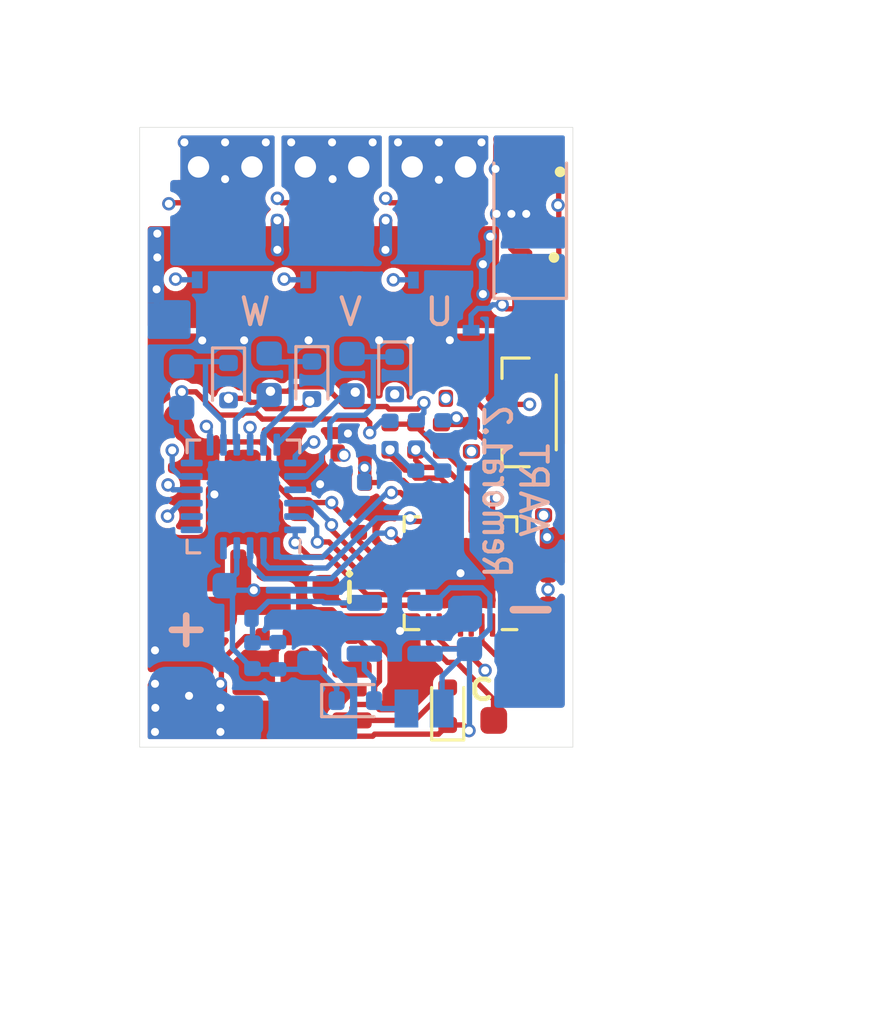
<source format=kicad_pcb>
(kicad_pcb (version 20241229) (generator "pcbnew") (generator_version "9.0")
  (layers (0 "F.Cu" signal) (4 "In1.Cu" signal) (6 "In2.Cu" signal) (2 "B.Cu" signal) (13 "F.Paste" user) (15 "B.Paste" user) (5 "F.SilkS" user "F.Silkscreen") (7 "B.SilkS" user "B.Silkscreen") (1 "F.Mask" user) (3 "B.Mask" user) (25 "Edge.Cuts" user))
  (net 0 "")
  (net 1 "SVIN")
  (net 2 "GND")
  (net 3 "VCC")
  (net 4 "Net-(U1-FB)")
  (net 5 "VDC")
  (net 6 "VDD")
  (net 7 "Net-(D5-K)")
  (net 8 "Net-(D6-K)")
  (net 9 "Net-(D7-K)")
  (net 10 "VBUS")
  (net 11 "Net-(D1-A)")
  (net 12 "Net-(D2A-A)")
  (net 13 "Net-(D2A-K)")
  (net 14 "Net-(D2C-K)")
  (net 15 "GND1")
  (net 16 "Net-(D4-A)")
  (net 17 "U")
  (net 18 "V")
  (net 19 "W")
  (net 20 "Net-(J6-Pin_1)")
  (net 21 "Net-(J7-Pin_1)")
  (net 22 "Net-(Q1-B)")
  (net 23 "Net-(Q2B-E2)")
  (net 24 "Net-(Q2A-C1)")
  (net 25 "Net-(Q5-G)")
  (net 26 "Net-(Q6-G)")
  (net 27 "Net-(Q7-G)")
  (net 28 "Net-(Q8-G)")
  (net 29 "Net-(Q9-G)")
  (net 30 "Net-(Q10-G)")
  (net 31 "UE")
  (net 32 "VE")
  (net 33 "WE")
  (net 34 "S0")
  (net 35 "Net-(U4-NRST)")
  (net 36 "Net-(U4-PA15)")
  (net 37 "Net-(U4-PA2)")
  (net 38 "Net-(U4-PB6)")
  (net 40 "UL")
  (net 41 "VL")
  (net 42 "WL")
  (net 47 "UH")
  (net 48 "VH")
  (net 49 "WH")
  (net 57 "Net-(J4-Pin_1)")
  (net 58 "Net-(J4-Pin_2)")
  (net 59 "Net-(J5-Pin_1)")
  (net 60 "Net-(J1-Pin_1)")
  (footprint "Resistor_SMD:R_0402_1005Metric" (layer "F.Cu") (at 166.925 114.9 -90)
    (property "Reference" "R12" (hide yes))
    (property "Value" "10k")
  )
  (footprint "Resistor_SMD:R_0402_1005Metric" (layer "F.Cu") (at 165 114.9 -90)
    (property "Reference" "R14" (hide yes))
    (property "Value" "10k")
  )
  (footprint "Connector_Wire:SolderWire-0.15sqmm_1x01_D0.5mm_OD1.5mm" (layer "F.Cu") (at 157.83 104.77 -90)
    (property "Reference" "J11" (hide yes))
    (property "Value" "Conn_01x01_Pin")
  )
  (footprint "Diode_SMD:D_SOD-523" (layer "F.Cu") (at 167.16 124.94 90)
    (property "Reference" "D1" (hide yes))
    (property "Value" "BZX584C8V2")
  )
  (footprint "Resistor_SMD:R_0402_1005Metric" (layer "F.Cu") (at 165.9636 114.9 -90)
    (property "Reference" "R13" (hide yes))
    (property "Value" "10k")
  )
  (footprint "TestPoint:TestPoint_Pad_D1.0mm" (layer "F.Cu") (at 157.025 114.125)
    (property "Reference" "TP3" (hide yes))
    (property "Value" "TestPoint_Small")
  )
  (footprint "Resistor_SMD:R_0402_1005Metric" (layer "F.Cu") (at 169.418 123.5202 -90)
    (property "Reference" "R21" (hide yes))
    (property "Value" "1k")
  )
  (footprint "Capacitor_SMD:C_0603_1608Metric" (layer "F.Cu") (at 160.8074 120.3706 90)
    (property "Reference" "C5" (hide yes))
    (property "Value" "1uF")
  )
  (footprint "Capacitor_SMD:C_0603_1608Metric" (layer "F.Cu") (at 158.92 115.82)
    (property "Reference" "C6" (hide yes))
    (property "Value" "2.2uF")
  )
  (footprint "AART11footprints:C_0805_2012Metric_22µF" (layer "F.Cu") (at 167.64 111.252 -90)
    (property "Reference" "C20" (hide yes))
    (property "Value" "22uF")
  )
  (footprint "AART11footprints:C_0805_2012Metric_22µF" (layer "F.Cu") (at 163.9824 111.252 -90)
    (property "Reference" "C18" (hide yes))
    (property "Value" "22uF")
  )
  (footprint "Resistor_SMD:R_0402_1005Metric" (layer "F.Cu") (at 164.09 122.29)
    (property "Reference" "R4" (hide yes))
    (property "Value" "330R")
  )
  (footprint "AART11footprints:HDG 1x04 P0.6 Horizontal" (layer "F.Cu") (at 171.225 113.95 90)
    (property "Reference" "J4" (hide yes))
    (property "Value" "Conn_01x04")
  )
  (footprint "Connector_Wire:SolderWire-0.15sqmm_1x01_D0.5mm_OD1.5mm" (layer "F.Cu") (at 161.83 104.77 -90)
    (property "Reference" "J9" (hide yes))
    (property "Value" "Conn_01x01_Pin")
  )
  (footprint "Connector_Wire:SolderWire-0.15sqmm_1x01_D0.5mm_OD1.5mm" (layer "F.Cu") (at 167.83 104.77 -90)
    (property "Reference" "J2" (hide yes))
    (property "Value" "Conn_01x01_Pin")
  )
  (footprint "Package_TO_SOT_SMD:SOT-363_SC-70-6" (layer "F.Cu") (at 170.175 106.35 -90)
    (property "Reference" "D2" (hide yes))
    (property "Value" "MMBD4448HTW")
  )
  (footprint "Connector_Wire:SolderWire-0.15sqmm_1x01_D0.5mm_OD1.5mm" (layer "F.Cu") (at 159.83 104.77 -90)
    (property "Reference" "J10" (hide yes))
    (property "Value" "Conn_01x01_Pin")
  )
  (footprint "Resistor_SMD:R_0402_1005Metric" (layer "F.Cu") (at 160.74 122.34)
    (property "Reference" "R1" (hide yes))
    (property "Value" "10k")
  )
  (footprint "Capacitor_SMD:C_0805_2012Metric" (layer "F.Cu") (at 157.475 124.4 90)
    (property "Reference" "C11" (hide yes))
    (property "Value" "22uF")
  )
  (footprint "AART11footprints:C_0805_2012Metric_22µF" (layer "F.Cu") (at 156.6672 111.252 -90)
    (property "Reference" "C14" (hide yes))
    (property "Value" "22uF")
  )
  (footprint "Resistor_SMD:R_0402_1005Metric" (layer "F.Cu") (at 170.9166 121.625 -90)
    (property "Reference" "R18" (hide yes))
    (property "Value" "10k")
  )
  (footprint "Package_TO_SOT_SMD:SOT-23" (layer "F.Cu") (at 164.5135 124.52)
    (property "Reference" "Q3" (hide yes))
    (property "Value" "MMBFJ309")
  )
  (footprint "Capacitor_SMD:C_0402_1005Metric" (layer "F.Cu") (at 170.9166 119.55 90)
    (property "Reference" "C22" (hide yes))
    (property "Value" "100nF")
  )
  (footprint "Capacitor_SMD:C_0402_1005Metric" (layer "F.Cu") (at 163.83 117.9576 90)
    (property "Reference" "C23" (hide yes))
    (property "Value" "100nF")
  )
  (footprint "Resistor_SMD:R_0402_1005Metric" (layer "F.Cu") (at 163.5506 115.4684)
    (property "Reference" "R5" (hide yes))
    (property "Value" "10k")
  )
  (footprint "Package_TO_SOT_SMD:SOT-23" (layer "F.Cu") (at 160.6616 124.52)
    (property "Reference" "Q1" (hide yes))
    (property "Value" "FMMT718")
  )
  (footprint "Package_SON:VSON-8_3.3x3.3mm_P0.65mm_NexFET" (layer "F.Cu") (at 158.75 107.55 -90)
    (property "Reference" "Q9" (hide yes))
    (property "Value" "JMSL0302AU")
  )
  (footprint "Capacitor_SMD:C_0402_1005Metric" (layer "F.Cu") (at 163.575 116.575 180)
    (property "Reference" "C1" (hide yes))
    (property "Value" "100nF")
  )
  (footprint "Package_SON:VSON-8_3.3x3.3mm_P0.65mm_NexFET" (layer "F.Cu") (at 166.8574 107.55 -90)
    (property "Reference" "Q5" (hide yes))
    (property "Value" "JMSL0302AU")
  )
  (footprint "AART11footprints:C_0805_2012Metric_22µF" (layer "F.Cu") (at 165.8112 111.252 -90)
    (property "Reference" "C19" (hide yes))
    (property "Value" "22uF")
  )
  (footprint "AART11footprints:C_0805_2012Metric_22µF" (layer "F.Cu") (at 158.496 111.252 -90)
    (property "Reference" "C15" (hide yes))
    (property "Value" "22uF")
  )
  (footprint "Connector_Wire:SolderWire-0.15sqmm_1x01_D0.5mm_OD1.5mm" (layer "F.Cu") (at 165.83 104.77 -90)
    (property "Reference" "J3" (hide yes))
    (property "Value" "Conn_01x01_Pin")
  )
  (footprint "Resistor_SMD:R_0402_1005Metric" (layer "F.Cu") (at 170.175 111.175 180)
    (property "Reference" "R2" (hide yes))
    (property "Value" "2k2")
  )
  (footprint "TestPoint:TestPoint_Pad_D1.0mm" (layer "F.Cu") (at 158.77 121.66)
    (property "Reference" "TP2" (hide yes))
    (property "Value" "TestPoint_Small")
  )
  (footprint "Resistor_SMD:R_0402_1005Metric" (layer "F.Cu") (at 168.05 114.9 90)
    (property "Reference" "R9" (hide yes))
    (property "Value" "10k")
  )
  (footprint "Resistor_SMD:R_0402_1005Metric" (layer "F.Cu") (at 167.6 113.425)
    (property "Reference" "R20" (hide yes))
    (property "Value" "1k")
  )
  (footprint "Package_DFN_QFN:QFN-28-1EP_4x4mm_P0.4mm_EP2.6x2.6mm" (layer "F.Cu") (at 167.64 119.9642 180)
    (property "Reference" "U4" (hide yes))
    (property "Value" "AT32F421G8U7")
  )
  (footprint "TestPoint:TestPoint_Pad_D1.0mm" (layer "F.Cu") (at 156.45 121.675)
    (property "Reference" "TP1" (hide yes))
    (property "Value" "TestPoint_Small")
  )
  (footprint "TestPoint:TestPoint_Pad_1.0x1.0mm" (layer "F.Cu") (at 170.8912 123.5964 90)
    (property "Reference" "J7" (hide yes))
    (property "Value" "Conn_01x01")
  )
  (footprint "Package_SON:VSON-8_3.3x3.3mm_P0.65mm_NexFET" (layer "F.Cu") (at 162.812 107.549 -90)
    (property "Reference" "Q7" (hide yes))
    (property "Value" "JMSL0302AU")
  )
  (footprint "Capacitor_SMD:C_0603_1608Metric" (layer "F.Cu") (at 161.671 116.7892 90)
    (property "Reference" "C21" (hide yes))
    (property "Value" "10uF")
  )
  (footprint "Connector_Wire:SolderWire-0.15sqmm_1x01_D0.5mm_OD1.5mm" (layer "F.Cu") (at 163.83 104.77 -90)
    (property "Reference" "J8" (hide yes))
    (property "Value" "Conn_01x01_Pin")
  )
  (footprint "AART11footprints:Pad0.5" (layer "F.Cu") (at 168.45 116.625)
    (property "Reference" "J1" (hide yes))
    (property "Value" "Conn_01x01_Pin")
  )
  (footprint "Resistor_SMD:R_0402_1005Metric" (layer "F.Cu") (at 170.475 104.175 180)
    (property "Reference" "R3" (hide yes))
    (property "Value" "4k7")
  )
  (footprint "TestPoint:TestPoint_Pad_1.0x1.0mm" (layer "F.Cu") (at 168.8846 125.47 90)
    (property "Reference" "J6" (hide yes))
    (property "Value" "Conn_01x01")
  )
  (footprint "Package_TO_SOT_SMD:SOT-23-5" (layer "F.Cu") (at 158.369 118.6 90)
    (property "Reference" "U2" (hide yes))
    (property "Value" "AP2210K-3.3TRG1")
  )
  (footprint "AART11footprints:C_0805_2012Metric_22µF" (layer "F.Cu") (at 160.3248 111.252 -90)
    (property "Reference" "C16" (hide yes))
    (property "Value" "22uF")
  )
  (footprint "AART11footprints:C_0805_2012Metric_22µF" (layer "F.Cu") (at 162.1536 111.252 -90)
    (property "Reference" "C17" (hide yes))
    (property "Value" "22uF")
  )
  (footprint "Package_TO_SOT_SMD:SOT-563" (layer "F.Cu") (at 170.225 109.325 -90)
    (property "Reference" "Q2" (hide yes))
    (property "Value" "EMZ1T2R")
  )
  (footprint "Resistor_SMD:R_0402_1005Metric" (layer "F.Cu") (at 170.75 117.29 90)
    (property "Reference" "R19" (hide yes))
    (property "Value" "1k")
  )
  (footprint "TestPoint:TestPoint_Pad_1.0x1.0mm" (layer "F.Cu") (at 162.6 120.53 90)
    (property "Reference" "J5" (hide yes))
    (property "Value" "Conn_01x01")
  )
  (footprint "Resistor_SMD:R_0402_1005Metric" (layer "B.Cu") (at 165 114.775 -90)
    (property "Reference" "R11" (hide yes))
    (property "Value" "10k")
  )
  (footprint "AART11footprints:L_Sunltech_SLW2010P" (layer "B.Cu") (at 166.275 125.025 180)
    (property "Reference" "L1" (hide yes))
    (property "Value" "10uH")
  )
  (footprint "Resistor_SMD:R_0402_1005Metric" (layer "B.Cu") (at 165.989 114.7572 -90)
    (property "Reference" "R10" (hide yes))
    (property "Value" "10k")
  )
  (footprint "Capacitor_SMD:C_0402_1005Metric" (layer "B.Cu") (at 159.85 123.05 90)
    (property "Reference" "C2" (hide yes))
    (property "Value" "10pF")
  )
  (footprint "Resistor_SMD:R_0402_1005Metric" (layer "B.Cu") (at 160.325 121.65)
    (property "Reference" "R8" (hide yes))
    (property "Value" "10k")
  )
  (footprint "Capacitor_SMD:C_0603_1608Metric" (layer "B.Cu") (at 162 122.54 90)
    (property "Reference" "C3" (hide yes))
    (property "Value" "1uF")
  )
  (footprint "Diode_SMD:D_SOD-523" (layer "B.Cu") (at 163.7 124.73)
    (property "Reference" "D4" (hide yes))
    (property "Value" "RB521SM-40T2R")
  )
  (footprint "TestPoint:TestPoint_Pad_2.5x2.5mm" (layer "B.Cu") (at 170.3 123.475 180)
    (property "Reference" "GND1" (hide yes))
    (property "Value" "TestPoint")
  )
  (footprint "TestPoint:TestPoint_Pad_2.5x2.5mm" (layer "B.Cu") (at 157.23 124.714 180)
    (property "Reference" "TP5" (hide yes))
    (property "Value" "TestPoint")
  )
  (footprint "Diode_SMD:D_SOD-523" (layer "B.Cu") (at 162.075 112.75 -90)
    (property "Reference" "D6" (hide yes))
    (property "Value" "RB521SM-40T2R")
  )
  (footprint "Package_SON:VSON-8_3.3x3.3mm_P0.65mm_NexFET" (layer "B.Cu") (at 166.8453 107.5612 90)
    (property "Reference" "Q6" (hide yes))
    (property "Value" "JMSL0302AU")
  )
  (footprint "Resistor_SMD:R_0402_1005Metric" (layer "B.Cu") (at 163.525 116.55 180)
    (property "Reference" "R6" (hide yes))
    (property "Value" "2k2")
  )
  (footprint "Capacitor_SMD:C_0805_2012Metric" (layer "B.Cu") (at 160.7 125.275)
    (property "Reference" "C12" (hide yes))
    (property "Value" "22uF")
  )
  (footprint "Diode_SMD:D_SOD-523" (layer "B.Cu") (at 165.1762 112.5728 -90)
    (property "Reference" "D5" (hide yes))
    (property "Value" "RB521SM-40T2R")
  )
  (footprint "Package_SON:VSON-8_3.3x3.3mm_P0.65mm_NexFET" (layer "B.Cu") (at 158.75 107.55 90)
    (property "Reference" "Q10" (hide yes))
    (property "Value" "JMSL0302AU")
  )
  (footprint "Package_SON:VSON-8_3.3x3.3mm_P0.65mm_NexFET" (layer "B.Cu") (at 162.814 107.55 90)
    (property "Reference" "Q8" (hide yes))
    (property "Value" "JMSL0302AU")
  )
  (footprint "Capacitor_SMD:C_0603_1608Metric" (layer "B.Cu") (at 167.975 122.025 90)
    (property "Reference" "C4" (hide yes))
    (property "Value" "2.2uF")
  )
  (footprint "Package_SON:VSON-8_3.3x3.3mm_P0.65mm_NexFET" (layer "B.Cu") (at 169.475 111.85)
    (property "Reference" "Q4" (hide yes))
    (property "Value" "JMSL0302AU")
  )
  (footprint "Resistor_SMD:R_0402_1005Metric" (layer "B.Cu") (at 165.9636 116.6368 -90)
    (property "Reference" "R17" (hide yes))
    (property "Value" "2k2")
  )
  (footprint "Resistor_SMD:R_0402_1005Metric" (layer "B.Cu") (at 166.9796 114.7572 -90)
    (property "Reference" "R15" (hide yes))
    (property "Value" "2k2")
  )
  (footprint "Package_DFN_QFN:QFN-24-1EP_4x4mm_P0.5mm_EP2.6x2.6mm" (layer "B.Cu") (at 159.512 117.094 90)
    (property "Reference" "U3" (hide yes))
    (property "Value" "FD6288Q")
  )
  (footprint "Capacitor_SMD:C_0603_1608Metric" (layer "B.Cu") (at 158.03 120.43 180)
    (property "Reference" "C10" (hide yes))
    (property "Value" "1uF")
  )
  (footprint "Diode_SMD:D_SOD-523" (layer "B.Cu") (at 158.9532 112.8014 -90)
    (property "Reference" "D7" (hide yes))
    (property "Value" "RB521SM-40T2R")
  )
  (footprint "Capacitor_SMD:C_0603_1608Metric" (layer "B.Cu") (at 163.576 112.5344 -90)
    (property "Reference" "C7" (hide yes))
    (property "Value" "220nF")
  )
  (footprint "Capacitor_SMD:C_0805_2012Metric" (layer "B.Cu") (at 157.8 110.475)
    (property "Reference" "C13" (hide yes))
    (property "Value" "22uF")
  )
  (footprint "Diode_SMD:D_SOD-128" (layer "B.Cu") (at 170.25 106.525 90)
    (property "Reference" "D3" (hide yes))
    (property "Value" "PMEG3030EP")
  )
  (footprint "Package_TO_SOT_SMD:SOT-23-5" (layer "B.Cu") (at 165.175 122.025)
    (property "Reference" "U1" (hide yes))
    (property "Value" "AP3015KTR-G1")
  )
  (footprint "Capacitor_SMD:C_0603_1608Metric" (layer "B.Cu") (at 157.2006 113.0046 -90)
    (property "Reference" "C9" (hide yes))
    (property "Value" "220nF")
  )
  (footprint "Resistor_SMD:R_0402_1005Metric" (layer "B.Cu") (at 166.9796 116.6368 -90)
    (property "Reference" "R16" (hide yes))
    (property "Value" "2k2")
  )
  (footprint "Capacitor_SMD:C_0603_1608Metric" (layer "B.Cu") (at 160.475 112.522 -90)
    (property "Reference" "C8" (hide yes))
    (property "Value" "220nF")
  )
  (footprint "Resistor_SMD:R_0402_1005Metric" (layer "B.Cu") (at 160.8 123.05 90)
    (property "Reference" "R7" (hide yes))
    (property "Value" "91k")
  )
  (gr_rect (start 155.6258 103.29) (end 171.847 126.471) (stroke (width 0.02)) (fill no) (layer "Edge.Cuts"))
  (gr_text "i" (at 163.1 121.175 0) (layer "F.SilkS") (effects (font (size 1.1 1.1) (thickness 0.18) (bold yes)) (justify left bottom)))
  (gr_text "c" (at 167.85 124.8 0) (layer "F.SilkS") (effects (font (size 1.1 1.1) (thickness 0.18) (bold yes)) (justify left bottom)))
  (gr_text "AART" (at 169.775 118.7 -90) (layer "B.SilkS") (effects (font (size 1 1) (thickness 0.153)) (justify left bottom mirror)))
  (gr_text "V" (at 164.05 110.775 0) (layer "B.SilkS") (effects (font (size 1 1) (thickness 0.153)) (justify left bottom mirror)))
  (gr_text "-" (at 171.5 122.2 0) (layer "B.SilkS") (effects (font (size 1.7 1.7) (thickness 0.28) (bold yes)) (justify left bottom mirror)))
  (gr_text "W" (at 160.625 110.775 0) (layer "B.SilkS") (effects (font (size 1 1) (thickness 0.153)) (justify left bottom mirror)))
  (gr_text "U" (at 167.475 110.775 0) (layer "B.SilkS") (effects (font (size 1 1) (thickness 0.153)) (justify left bottom mirror)))
  (gr_text "+" (at 158.4 122.8 0) (layer "B.SilkS") (effects (font (size 1.4 1.4) (thickness 0.25) (bold yes)) (justify left bottom mirror)))
  (gr_text "Remora1.2" (at 168.4 113.6 270) (layer "B.SilkS") (effects (font (size 1 0.8) (thickness 0.153)) (justify right bottom mirror)))
  (segment (start 164.74 116.41) (end 165.273676 116.41) (width 0.2) (layer "F.Cu") (net 1))
  (segment (start 167.24 117.327154) (end 167.24 118.0267) (width 0.2) (layer "F.Cu") (net 1))
  (segment (start 165.806656 116.8082) (end 166.721046 116.8082) (width 0.2) (layer "F.Cu") (net 1))
  (segment (start 165.360276 116.4966) (end 165.495056 116.4966) (width 0.2) (layer "F.Cu") (net 1))
  (segment (start 166.721046 116.8082) (end 167.24 117.327154) (width 0.2) (layer "F.Cu") (net 1))
  (segment (start 164.575 116.575) (end 164.74 116.41) (width 0.2) (layer "F.Cu") (net 1))
  (segment (start 165.273676 116.41) (end 165.360276 116.4966) (width 0.2) (layer "F.Cu") (net 1))
  (segment (start 164.0606 116.0144) (end 164.05 116.025) (width 0.2) (layer "F.Cu") (net 1))
  (segment (start 164.055 116.575) (end 164.055 116.03) (width 0.5) (layer "F.Cu") (net 1))
  (segment (start 164.055 116.03) (end 164.05 116.025) (width 0.2) (layer "F.Cu") (net 1))
  (segment (start 165.495056 116.4966) (end 165.806656 116.8082) (width 0.2) (layer "F.Cu") (net 1))
  (segment (start 164.0606 115.4684) (end 164.0606 116.0144) (width 0.5) (layer "F.Cu") (net 1))
  (segment (start 164.055 116.575) (end 164.575 116.575) (width 0.2) (layer "F.Cu") (net 1))
  (via (at 164.05 116.025) (size 0.5) (drill 0.3) (layers "F.Cu" "B.Cu") (net 1))
  (segment (start 164.05 116.535) (end 164.035 116.55) (width 0.2) (layer "B.Cu") (net 1))
  (segment (start 164.05 116.025) (end 164.05 116.535) (width 0.2) (layer "B.Cu") (net 1))
  (segment (start 168.627 112.202) (end 167.64 112.202) (width 0.2) (layer "F.Cu") (net 2))
  (segment (start 165.182782 119.1642) (end 165.024291 119.005709) (width 0.2) (layer "F.Cu") (net 2))
  (segment (start 165.7025 119.1642) (end 165.182782 119.1642) (width 0.2) (layer "F.Cu") (net 2))
  (segment (start 164.6 122.29) (end 165.451 123.141) (width 0.2) (layer "F.Cu") (net 2))
  (segment (start 165.451 123.141) (end 165.451 124.52) (width 0.2) (layer "F.Cu") (net 2))
  (segment (start 169.475 113.05) (end 168.627 112.202) (width 0.2) (layer "F.Cu") (net 2))
  (via (at 158.424535 117.017079) (size 0.5) (drill 0.3) (layers "F.Cu" "B.Cu") (net 2))
  (via (at 169.545 106.525) (size 0.5) (drill 0.3) (layers "F.Cu" "B.Cu") (net 2))
  (via (at 165.7607 111.252) (size 0.5) (drill 0.3) (layers "F.Cu" "B.Cu") (net 2))
  (via (at 168.99 106.525) (size 0.5) (drill 0.3) (layers "F.Cu" "B.Cu") (net 2))
  (via (at 167.64 119.9642) (size 0.5) (drill 0.3) (layers "F.Cu" "B.Cu") (net 2))
  (via (at 170.1 106.525) (size 0.5) (drill 0.3) (layers "F.Cu" "B.Cu") (net 2))
  (via (at 162.3822 116.6368) (size 0.5) (drill 0.3) (layers "F.Cu" "B.Cu") (net 2))
  (via (at 157.969367 111.258767) (size 0.5) (drill 0.3) (layers "F.Cu" "B.Cu") (net 2))
  (via (at 161.9504 111.252) (size 0.5) (drill 0.3) (layers "F.Cu" "B.Cu") (net 2))
  (via (at 163.425 114.7395) (size 0.5) (drill 0.3) (layers "F.Cu" "B.Cu") (net 2))
  (via (at 167.2397 111.25) (size 0.5) (drill 0.3) (layers "F.Cu" "B.Cu") (net 2))
  (via (at 164.592 111.252) (size 0.5) (drill 0.3) (layers "F.Cu" "B.Cu") (net 2))
  (via (at 165.375 122.125) (size 0.5) (drill 0.3) (layers "F.Cu" "B.Cu") (net 2))
  (via (at 156.2 122.85) (size 0.5) (drill 0.3) (layers "F.Cu" "B.Cu") (net 2))
  (via (at 168.950695 104.844658) (size 0.5) (drill 0.3) (layers "F.Cu" "B.Cu") (net 2))
  (via (at 159.537882 111.254706) (size 0.5) (drill 0.3) (layers "F.Cu" "B.Cu") (net 2))
  (via (at 170.8825 118.614) (size 0.5) (drill 0.3) (layers "F.Cu" "B.Cu") (net 2))
  (segment (start 164.0375 122.025) (end 164.1525 122.14) (width 0.2) (layer "B.Cu") (net 2))
  (segment (start 164.0375 122.025) (end 162.26 122.025) (width 0.2) (layer "B.Cu") (net 2))
  (segment (start 165.375 122.125) (end 165.39 122.14) (width 0.2) (layer "B.Cu") (net 2))
  (segment (start 167.085 122.14) (end 167.975 121.25) (width 0.2) (layer "B.Cu") (net 2))
  (segment (start 164.1525 122.14) (end 165.36 122.14) (width 0.2) (layer "B.Cu") (net 2))
  (segment (start 162.26 122.025) (end 162 121.765) (width 0.2) (layer "B.Cu") (net 2))
  (segment (start 165.36 122.14) (end 165.375 122.125) (width 0.2) (layer "B.Cu") (net 2))
  (segment (start 165.39 122.14) (end 167.085 122.14) (width 0.2) (layer "B.Cu") (net 2))
  (segment (start 159.8972 120.9466) (end 160.0962 121.1456) (width 0.2) (layer "F.Cu") (net 3))
  (segment (start 160.146062 113.574875) (end 159.787375 113.574875) (width 0.2) (layer "F.Cu") (net 3))
  (segment (start 159.319 120.725) (end 159.319 119.7375) (width 0.2) (layer "F.Cu") (net 3))
  (segment (start 161.713946 113.81) (end 160.381187 113.81) (width 0.2) (layer "F.Cu") (net 3))
  (segment (start 158.77 120.9774) (end 158.8008 120.9466) (width 0.2) (layer "F.Cu") (net 3))
  (segment (start 159.8972 120.6028) (end 159.8972 120.9466) (width 0.2) (layer "F.Cu") (net 3))
  (segment (start 158.8008 120.9466) (end 159.0974 120.9466) (width 0.2) (layer "F.Cu") (net 3))
  (segment (start 160.381187 113.81) (end 160.146062 113.574875) (width 0.2) (layer "F.Cu") (net 3))
  (segment (start 161.992446 113.5315) (end 161.713946 113.81) (width 0.2) (layer "F.Cu") (net 3))
  (segment (start 160.0962 121.1456) (end 160.8074 121.1456) (width 0.2) (layer "F.Cu") (net 3))
  (segment (start 159.787375 113.574875) (end 159.637875 113.425375) (width 0.2) (layer "F.Cu") (net 3))
  (segment (start 162.018183 113.5315) (end 161.851483 113.6982) (width 0.2) (layer "F.Cu") (net 3))
  (segment (start 171.32 110.54) (end 170.685 111.175) (width 0.2) (layer "F.Cu") (net 3))
  (segment (start 171.2975 106.2) (end 171.32 106.2225) (width 0.2) (layer "F.Cu") (net 3))
  (segment (start 159.637875 113.425375) (end 158.9532 113.425375) (width 0.2) (layer "F.Cu") (net 3))
  (segment (start 159.0974 120.9466) (end 159.319 120.725) (width 0.2) (layer "F.Cu") (net 3))
  (segment (start 158.77 121.66) (end 158.77 120.9774) (width 0.2) (layer "F.Cu") (net 3))
  (segment (start 171.315 106.1825) (end 171.315 104.505) (width 0.2) (layer "F.Cu") (net 3))
  (segment (start 159.0974 120.9466) (end 159.3342 120.9466) (width 0.2) (layer "F.Cu") (net 3))
  (segment (start 171.32 106.2225) (end 171.32 110.54) (width 0.2) (layer "F.Cu") (net 3))
  (segment (start 171.315 104.505) (end 170.985 104.175) (width 0.2) (layer "F.Cu") (net 3))
  (segment (start 157.419 120.773599) (end 157.592001 120.9466) (width 0.2) (layer "F.Cu") (net 3))
  (segment (start 171.2975 106.2) (end 171.315 106.1825) (width 0.2) (layer "F.Cu") (net 3))
  (segment (start 157.419 119.7375) (end 157.419 120.773599) (width 0.2) (layer "F.Cu") (net 3))
  (segment (start 159.3342 120.9466) (end 159.8972 120.9466) (width 0.2) (layer "F.Cu") (net 3))
  (segment (start 159.1138 120.9466) (end 159.3342 120.9466) (width 0.2) (layer "F.Cu") (net 3))
  (segment (start 159.9 120.6) (end 159.8972 120.6028) (width 0.2) (layer "F.Cu") (net 3))
  (segment (start 157.592001 120.9466) (end 158.8008 120.9466) (width 0.2) (layer "F.Cu") (net 3))
  (via (at 161.992446 113.5315) (size 0.5) (drill 0.35) (layers "F.Cu" "B.Cu") (net 3))
  (via (at 158.9532 113.425375) (size 0.5) (drill 0.35) (layers "F.Cu" "B.Cu") (net 3))
  (via (at 159.9 120.6) (size 0.5) (drill 0.3) (layers "F.Cu" "B.Cu") (net 3))
  (via (at 171.29 106.2) (size 0.5) (drill 0.3) (layers "F.Cu" "B.Cu") (net 3))
  (via (at 165.1762 113.2728) (size 0.5) (drill 0.35) (layers "F.Cu" "B.Cu") (net 3))
  (segment (start 162 123.315) (end 162.0754 123.315) (width 0.2) (layer "B.Cu") (net 3))
  (segment (start 162.0754 123.315) (end 163.0172 124.2568) (width 0.2) (layer "B.Cu") (net 3))
  (segment (start 161.755 123.56) (end 162 123.315) (width 0.2) (layer "B.Cu") (net 3))
  (segment (start 159.262 119.973) (end 158.805 120.43) (width 0.2) (layer "B.Cu") (net 3))
  (segment (start 159.85 123.53) (end 159.55 123.23) (width 0.2) (layer "B.Cu") (net 3))
  (segment (start 159.55 123.225) (end 159.1 122.775) (width 0.2) (layer "B.Cu") (net 3))
  (segment (start 160.8 123.56) (end 159.88 123.56) (width 0.2) (layer "B.Cu") (net 3))
  (segment (start 159.55 123.23) (end 159.55 123.225) (width 0.2) (layer "B.Cu") (net 3))
  (segment (start 159.1 120.725) (end 158.805 120.43) (width 0.2) (layer "B.Cu") (net 3))
  (segment (start 158.975 120.6) (end 158.805 120.43) (width 0.2) (layer "B.Cu") (net 3))
  (segment (start 159.1 122.775) (end 159.1 120.725) (width 0.2) (layer "B.Cu") (net 3))
  (segment (start 163.0172 124.2568) (end 163 124.274) (width 0.2) (layer "B.Cu") (net 3))
  (segment (start 159.262 119.0315) (end 159.262 119.973) (width 0.2) (layer "B.Cu") (net 3))
  (segment (start 163 124.274) (end 163 124.73) (width 0.2) (layer "B.Cu") (net 3))
  (segment (start 159.88 123.56) (end 159.85 123.53) (width 0.2) (layer "B.Cu") (net 3))
  (segment (start 160.8 123.56) (end 161.755 123.56) (width 0.2) (layer "B.Cu") (net 3))
  (segment (start 159.9 120.6) (end 158.975 120.6) (width 0.2) (layer "B.Cu") (net 3))
  (segment (start 159.815 121.65) (end 160.44 121.025) (width 0.2) (layer "B.Cu") (net 4))
  (segment (start 162.519556 121.075) (end 164.0375 121.075) (width 0.2) (layer "B.Cu") (net 4))
  (segment (start 160.44 121.025) (end 162.469556 121.025) (width 0.2) (layer "B.Cu") (net 4))
  (segment (start 160.77 122.57) (end 159.85 122.57) (width 0.2) (layer "B.Cu") (net 4))
  (segment (start 159.85 122.57) (end 159.85 121.685) (width 0.2) (layer "B.Cu") (net 4))
  (segment (start 162.469556 121.025) (end 162.519556 121.075) (width 0.2) (layer "B.Cu") (net 4))
  (segment (start 160.8 122.54) (end 160.77 122.57) (width 0.2) (layer "B.Cu") (net 4))
  (segment (start 159.85 121.685) (end 159.815 121.65) (width 0.2) (layer "B.Cu") (net 4))
  (segment (start 164.34991 126.06) (end 162.257074 126.06) (width 0.2) (layer "F.Cu") (net 5))
  (segment (start 164.42591 125.984) (end 164.34991 126.06) (width 0.2) (layer "F.Cu") (net 5))
  (segment (start 161.5991 125.402026) (end 161.5991 124.52) (width 0.2) (layer "F.Cu") (net 5))
  (segment (start 166.816 125.984) (end 164.42591 125.984) (width 0.2) (layer "F.Cu") (net 5))
  (segment (start 162.257074 126.06) (end 161.5991 125.402026) (width 0.2) (layer "F.Cu") (net 5))
  (segment (start 167.16 125.64) (end 166.816 125.984) (width 0.2) (layer "F.Cu") (net 5))
  (segment (start 167.746092 125.64) (end 167.16 125.64) (width 0.2) (layer "F.Cu") (net 5))
  (segment (start 167.957788 125.851696) (end 167.746092 125.64) (width 0.2) (layer "F.Cu") (net 5))
  (via (at 167.957788 125.851696) (size 0.5) (drill 0.3) (layers "F.Cu" "B.Cu") (net 5))
  (segment (start 168.444556 120.51) (end 167.24 120.51) (width 0.2) (layer "B.Cu") (net 5))
  (segment (start 167.975 122.8) (end 168.74 122.035) (width 0.2) (layer "B.Cu") (net 5))
  (segment (start 166.4875 122.8) (end 166.3125 122.975) (width 0.2) (layer "B.Cu") (net 5))
  (segment (start 167.975 125.834484) (end 167.957788 125.851696) (width 0.2) (layer "B.Cu") (net 5))
  (segment (start 168.74 120.805444) (end 168.444556 120.51) (width 0.2) (layer "B.Cu") (net 5))
  (segment (start 166.95 125.025) (end 166.95 123.825) (width 0.2) (layer "B.Cu") (net 5))
  (segment (start 167.975 122.8) (end 166.4875 122.8) (width 0.2) (layer "B.Cu") (net 5))
  (segment (start 166.95 123.825) (end 167.975 122.8) (width 0.2) (layer "B.Cu") (net 5))
  (segment (start 167.24 120.51) (end 166.675 121.075) (width 0.2) (layer "B.Cu") (net 5))
  (segment (start 168.74 122.035) (end 168.74 120.805444) (width 0.2) (layer "B.Cu") (net 5))
  (segment (start 167.975 122.8) (end 167.975 125.834484) (width 0.2) (layer "B.Cu") (net 5))
  (segment (start 166.675 121.075) (end 166.3125 121.075) (width 0.2) (layer "B.Cu") (net 5))
  (segment (start 157.1752 114.2752) (end 157.1752 114.3508) (width 0.2) (layer "F.Cu") (net 6))
  (segment (start 157.419 117.4625) (end 157.419 116.546) (width 0.2) (layer "F.Cu") (net 6))
  (segment (start 158.910125 115.054875) (end 158.90525 115.05) (width 0.2) (layer "F.Cu") (net 6))
  (segment (start 161.671 117.5642) (end 160.4528 116.346) (width 0.2) (layer "F.Cu") (net 6))
  (segment (start 158.575 115.05) (end 158.575 115.39) (width 0.2) (layer "F.Cu") (net 6))
  (segment (start 157.025 114.125) (end 157.025 114.152918) (width 0.2) (layer "F.Cu") (net 6))
  (segment (start 162.814 117.3226) (end 161.9126 117.3226) (width 0.2) (layer "F.Cu") (net 6))
  (segment (start 170.4392 119.5642) (end 169.5775 119.5642) (width 0.2) (layer "F.Cu") (net 6))
  (segment (start 163.356708 117.930124) (end 162.814 117.387416) (width 0.2) (layer "F.Cu") (net 6))
  (segment (start 164.6442 119.5642) (end 165.7025 119.5642) (width 0.2) (layer "F.Cu") (net 6))
  (segment (start 163.356708 117.965842) (end 163.356708 117.930124) (width 0.2) (layer "F.Cu") (net 6))
  (segment (start 170.9166 120.575) (end 170.9166 121.115) (width 0.2) (layer "F.Cu") (net 6))
  (segment (start 160.4528 116.346) (end 160.4528 115.368244) (width 0.2) (layer "F.Cu") (net 6))
  (segment (start 170.4392 119.5642) (end 170.905 120.03) (width 0.2) (layer "F.Cu") (net 6))
  (segment (start 158.575 115.39) (end 158.145 115.82) (width 0.2) (layer "F.Cu") (net 6))
  (segment (start 163.828466 118.4376) (end 163.356708 117.965842) (width 0.2) (layer "F.Cu") (net 6))
  (segment (start 157.025 114.125) (end 157.1752 114.2752) (width 0.2) (layer "F.Cu") (net 6))
  (segment (start 158.90525 115.05) (end 158.575 115.05) (width 0.2) (layer "F.Cu") (net 6))
  (segment (start 163.83 118.75) (end 163.83 118.4376) (width 0.2) (layer "F.Cu") (net 6))
  (segment (start 160.4528 115.368244) (end 160.139431 115.054875) (width 0.2) (layer "F.Cu") (net 6))
  (segment (start 161.9126 117.3226) (end 161.671 117.5642) (width 0.2) (layer "F.Cu") (net 6))
  (segment (start 160.139431 115.054875) (end 158.910125 115.054875) (width 0.2) (layer "F.Cu") (net 6))
  (segment (start 157.025 114.152918) (end 157.6578 114.785718) (width 0.2) (layer "F.Cu") (net 6))
  (segment (start 163.83 118.4376) (end 163.828466 118.4376) (width 0.2) (layer "F.Cu") (net 6))
  (segment (start 170.9166 120.575) (end 170.9166 120.03) (width 0.2) (layer "F.Cu") (net 6))
  (segment (start 157.6578 114.785718) (end 157.6578 115.3328) (width 0.2) (layer "F.Cu") (net 6))
  (segment (start 164.6442 119.5642) (end 163.83 118.75) (width 0.2) (layer "F.Cu") (net 6))
  (segment (start 162.814 117.387416) (end 162.814 117.3226) (width 0.2) (layer "F.Cu") (net 6))
  (segment (start 170.905 120.03) (end 170.9166 120.03) (width 0.2) (layer "F.Cu") (net 6))
  (segment (start 157.6578 115.3328) (end 158.145 115.82) (width 0.2) (layer "F.Cu") (net 6))
  (segment (start 157.419 116.546) (end 158.145 115.82) (width 0.2) (layer "F.Cu") (net 6))
  (via (at 162.814 117.3226) (size 0.5) (drill 0.3) (layers "F.Cu" "B.Cu") (net 6))
  (via (at 170.9166 120.575) (size 0.5) (drill 0.3) (layers "F.Cu" "B.Cu") (net 6))
  (segment (start 161.862244 116.344) (end 162.432377 115.773867) (width 0.2) (layer "B.Cu") (net 7))
  (segment (start 163.0292 114.0594) (end 164.049696 114.0594) (width 0.2) (layer "B.Cu") (net 7))
  (segment (start 162.432377 115.773867) (end 162.432377 115.531846) (width 0.2) (layer "B.Cu") (net 7))
  (segment (start 164.3738 111.874) (end 164.375 111.8728) (width 0.2) (layer "B.Cu") (net 7))
  (segment (start 164.3738 113.735296) (end 164.3738 111.874) (width 0.2) (layer "B.Cu") (net 7))
  (segment (start 164.375 111.8728) (end 163.6894 111.8728) (width 0.2) (layer "B.Cu") (net 7))
  (segment (start 164.049696 114.0594) (end 164.3738 113.735296) (width 0.2) (layer "B.Cu") (net 7))
  (segment (start 163.6894 111.8728) (end 163.576 111.7594) (width 0.2) (layer "B.Cu") (net 7))
  (segment (start 161.4495 116.344) (end 161.862244 116.344) (width 0.2) (layer "B.Cu") (net 7))
  (segment (start 162.748701 115.215522) (end 162.748701 114.339899) (width 0.2) (layer "B.Cu") (net 7))
  (segment (start 162.748701 114.339899) (end 163.0292 114.0594) (width 0.2) (layer "B.Cu") (net 7))
  (segment (start 165.1762 111.8728) (end 164.375 111.8728) (width 0.2) (layer "B.Cu") (net 7))
  (segment (start 162.432377 115.531846) (end 162.748701 115.215522) (width 0.2) (layer "B.Cu") (net 7))
  (segment (start 161.176 112.0636) (end 160.7916 112.0636) (width 0.2) (layer "B.Cu") (net 8))
  (segment (start 161.3 113.691614) (end 160.262 114.729614) (width 0.2) (layer "B.Cu") (net 8))
  (segment (start 161.3 113.691614) (end 161.3 112.05) (width 0.2) (layer "B.Cu") (net 8))
  (segment (start 161.1896 112.05) (end 161.176 112.0636) (width 0.2) (layer "B.Cu") (net 8))
  (segment (start 160.262 114.729614) (end 160.262 115.1565) (width 0.2) (layer "B.Cu") (net 8))
  (segment (start 162.075 112.05) (end 161.3 112.05) (width 0.2) (layer "B.Cu") (net 8))
  (segment (start 161.3 112.05) (end 161.1896 112.05) (width 0.2) (layer "B.Cu") (net 8))
  (segment (start 160.7916 112.0636) (end 160.475 111.747) (width 0.2) (layer "B.Cu") (net 8))
  (segment (start 158.762 115.1565) (end 158.762 114.300752) (width 0.2) (layer "B.Cu") (net 9))
  (segment (start 158.0896 113.628352) (end 158.0896 112.0506) (width 0.2) (layer "B.Cu") (net 9))
  (segment (start 157.3796 112.0506) (end 157.2006 112.2296) (width 0.2) (layer "B.Cu") (net 9))
  (segment (start 158.75 112.0506) (end 158.0896 112.0506) (width 0.2) (layer "B.Cu") (net 9))
  (segment (start 158.0896 112.0506) (end 157.3796 112.0506) (width 0.2) (layer "B.Cu") (net 9))
  (segment (start 158.762 114.300752) (end 158.0896 113.628352) (width 0.2) (layer "B.Cu") (net 9))
  (segment (start 170.225 113.65) (end 169.475 113.65) (width 0.2) (layer "F.Cu") (net 10))
  (segment (start 157.1905 125.38) (end 157.445 125.38) (width 0.2) (layer "F.Cu") (net 10))
  (segment (start 169.725 109.065) (end 169.725 108.575) (width 0.2) (layer "F.Cu") (net 10))
  (segment (start 158.58845 124.230668) (end 158.6866 124.328818) (width 0.2) (layer "F.Cu") (net 10))
  (segment (start 158.6866 123.24359) (end 159.59019 122.34) (width 0.2) (layer "F.Cu") (net 10))
  (segment (start 164.8362 106.771382) (end 164.8362 107.862944) (width 0.5) (layer "F.Cu") (net 10))
  (segment (start 168.7576 107.3826) (end 168.7576 108.1278) (width 0.5) (layer "F.Cu") (net 10))
  (segment (start 160.782 106.767639) (end 160.782 107.866817) (width 0.5) (layer "F.Cu") (net 10))
  (segment (start 170.725 109.05) (end 170.56 109.215) (width 0.2) (layer "F.Cu") (net 10))
  (segment (start 168.7576 108.1278) (end 168.4782 108.4072) (width 0.2) (layer "F.Cu") (net 10))
  (segment (start 170.56 109.215) (end 169.875 109.215) (width 0.2) (layer "F.Cu") (net 10))
  (segment (start 158.6866 124.132518) (end 158.6866 123.24359) (width 0.2) (layer "F.Cu") (net 10))
  (segment (start 159.5797 125.47) (end 159.7241 125.47) (width 0.2) (layer "F.Cu") (net 10))
  (segment (start 160.782 107.866817) (end 160.781678 107.867139) (width 0.2) (layer "F.Cu") (net 10))
  (segment (start 168.75 107.375) (end 168.7576 107.3826) (width 0.5) (layer "F.Cu") (net 10))
  (segment (start 157.445 125.38) (end 157.475 125.35) (width 0.2) (layer "F.Cu") (net 10))
  (segment (start 158.58845 124.230668) (end 158.6866 124.132518) (width 0.2) (layer "F.Cu") (net 10))
  (segment (start 164.8362 107.862944) (end 164.828262 107.870882) (width 0.2) (layer "F.Cu") (net 10))
  (segment (start 169.875 109.215) (end 169.725 109.065) (width 0.2) (layer "F.Cu") (net 10))
  (segment (start 158.65 124.1) (end 158.65 125.125) (width 0.5) (layer "F.Cu") (net 10))
  (segment (start 168.646 108.575) (end 168.4782 108.4072) (width 0.2) (layer "F.Cu") (net 10))
  (segment (start 170.725 108.575) (end 170.725 109.05) (width 0.2) (layer "F.Cu") (net 10))
  (segment (start 169.725 108.575) (end 168.646 108.575) (width 0.2) (layer "F.Cu") (net 10))
  (segment (start 159.59019 122.34) (end 160.23 122.34) (width 0.2) (layer "F.Cu") (net 10))
  (via (at 163.275 115.551) (size 0.5) (drill 0.35) (layers "F.Cu" "B.Cu") (net 10))
  (via (at 156.2862 108.1532) (size 0.5) (drill 0.3) (layers "F.Cu" "B.Cu") (net 10))
  (via (at 168.75 107.375) (size 0.5) (drill 0.3) (layers "F.Cu" "B.Cu") (net 10))
  (via (at 158.65 125.9) (size 0.5) (drill 0.3) (layers "F.Cu" "B.Cu") (net 10))
  (via (at 156.21265 125) (size 0.5) (drill 0.3) (layers "F.Cu" "B.Cu") (net 10))
  (via (at 156.2 125.9) (size 0.5) (drill 0.3) (layers "F.Cu" "B.Cu") (net 10))
  (via (at 164.828262 107.870882) (size 0.5) (drill 0.3) (layers "F.Cu" "B.Cu") (net 10))
  (via (at 170.225 113.65) (size 0.5) (drill 0.3) (layers "F.Cu" "B.Cu") (net 10))
  (via (at 158.65 125) (size 0.5) (drill 0.3) (layers "F.Cu" "B.Cu") (net 10))
  (via (at 157.475 124.55) (size 0.5) (drill 0.3) (layers "F.Cu" "B.Cu") (net 10))
  (via (at 158.65 124.1) (size 0.5) (drill 0.3) (layers "F.Cu" "B.Cu") (net 10))
  (via (at 160.782 106.767639) (size 0.5) (drill 0.3) (layers "F.Cu" "B.Cu") (net 10))
  (via (at 160.781678 107.867139) (size 0.5) (drill 0.3) (layers "F.Cu" "B.Cu") (net 10))
  (via (at 168.4782 109.5248) (size 0.5) (drill 0.3) (layers "F.Cu" "B.Cu") (net 10))
  (via (at 168.4782 108.4072) (size 0.5) (drill 0.3) (layers "F.Cu" "B.Cu") (net 10))
  (via (at 164.8362 106.771382) (size 0.5) (drill 0.3) (layers "F.Cu" "B.Cu") (net 10))
  (via (at 156.2 124.1) (size 0.5) (drill 0.3) (layers "F.Cu" "B.Cu") (net 10))
  (via (at 156.2862 107.2642) (size 0.5) (drill 0.3) (layers "F.Cu" "B.Cu") (net 10))
  (via (at 156.2608 109.347) (size 0.5) (drill 0.3) (layers "F.Cu" "B.Cu") (net 10))
  (segment (start 156.2608 109.347) (end 156.2608 109.8858) (width 0.2) (layer "B.Cu") (net 10))
  (segment (start 156.2862 107.2642) (end 156.2862 108.1532) (width 0.2) (layer "B.Cu") (net 10))
  (segment (start 156.2608 109.347) (end 156.2862 109.3216) (width 0.2) (layer "B.Cu") (net 10))
  (segment (start 156.2862 109.3216) (end 156.2862 108.1532) (width 0.2) (layer "B.Cu") (net 10))
  (segment (start 156.2608 109.8858) (end 156.85 110.475) (width 0.2) (layer "B.Cu") (net 10))
  (segment (start 168.4782 108.4072) (end 168.4782 109.5248) (width 0.2) (layer "B.Cu") (net 10))
  (segment (start 163.65991 122.29) (end 164.6035 123.23359) (width 0.2) (layer "F.Cu") (net 11))
  (segment (start 164.175 124.875) (end 163.7 124.875) (width 0.2) (layer "F.Cu") (net 11))
  (segment (start 164.4235 124.18359) (end 164.4235 124.6265) (width 0.2) (layer "F.Cu") (net 11))
  (segment (start 164.6035 124.00359) (end 164.4235 124.18359) (width 0.2) (layer "F.Cu") (net 11))
  (segment (start 164.4235 124.6265) (end 164.175 124.875) (width 0.2) (layer "F.Cu") (net 11))
  (segment (start 163.7 124.875) (end 163.576 124.999) (width 0.2) (layer "F.Cu") (net 11))
  (segment (start 163.58 122.29) (end 163.65991 122.29) (width 0.2) (layer "F.Cu") (net 11))
  (segment (start 163.576 124.999) (end 163.576 125.47) (width 0.2) (layer "F.Cu") (net 11))
  (segment (start 167.16 124.24) (end 165.93 125.47) (width 0.2) (layer "F.Cu") (net 11))
  (segment (start 164.6035 123.23359) (end 164.6035 124.00359) (width 0.2) (layer "F.Cu") (net 11))
  (segment (start 165.93 125.47) (end 163.576 125.47) (width 0.2) (layer "F.Cu") (net 11))
  (segment (start 169.965 104.775) (end 169.975 104.785) (width 0.2) (layer "F.Cu") (net 12))
  (segment (start 169.975 104.785) (end 170.665 104.785) (width 0.2) (layer "F.Cu") (net 12))
  (segment (start 170.825 104.945) (end 170.825 105.4) (width 0.2) (layer "F.Cu") (net 12))
  (segment (start 169.525 105.4) (end 169.525 104.945) (width 0.2) (layer "F.Cu") (net 12))
  (segment (start 169.965 104.175) (end 169.965 104.775) (width 0.2) (layer "F.Cu") (net 12))
  (segment (start 169.525 104.945) (end 169.685 104.785) (width 0.2) (layer "F.Cu") (net 12))
  (segment (start 169.685 104.785) (end 169.975 104.785) (width 0.2) (layer "F.Cu") (net 12))
  (segment (start 170.665 104.785) (end 170.825 104.945) (width 0.2) (layer "F.Cu") (net 12))
  (segment (start 170.175 105.4) (end 170.175 105.85) (width 0.2) (layer "F.Cu") (net 13))
  (segment (start 170.175 105.85) (end 170.31 105.985) (width 0.2) (layer "F.Cu") (net 13))
  (segment (start 170.825 106.486324) (end 170.825 107.3) (width 0.2) (layer "F.Cu") (net 13))
  (segment (start 170.31 105.985) (end 170.323676 105.985) (width 0.2) (layer "F.Cu") (net 13))
  (segment (start 170.323676 105.985) (end 170.825 106.486324) (width 0.2) (layer "F.Cu") (net 13))
  (segment (start 170.225 107.975) (end 170.175 107.925) (width 0.2) (layer "F.Cu") (net 14))
  (segment (start 169.525 107.825) (end 169.525 107.3) (width 0.2) (layer "F.Cu") (net 14))
  (segment (start 169.625 107.925) (end 169.525 107.825) (width 0.2) (layer "F.Cu") (net 14))
  (segment (start 170.225 108.575) (end 170.225 107.975) (width 0.2) (layer "F.Cu") (net 14))
  (segment (start 170.175 107.925) (end 169.625 107.925) (width 0.2) (layer "F.Cu") (net 14))
  (segment (start 164.3888 124.7188) (end 164.4 124.73) (width 0.2) (layer "B.Cu") (net 16))
  (segment (start 164.3888 123.9263) (end 164.3888 124.7188) (width 0.2) (layer "B.Cu") (net 16))
  (segment (start 164.695 125.025) (end 165.6 125.025) (width 0.2) (layer "B.Cu") (net 16))
  (segment (start 164.4 124.73) (end 164.695 125.025) (width 0.2) (layer "B.Cu") (net 16))
  (segment (start 164.0375 122.975) (end 164.0375 123.575) (width 0.2) (layer "B.Cu") (net 16))
  (segment (start 164.0375 123.575) (end 164.3888 123.9263) (width 0.2) (layer "B.Cu") (net 16))
  (via (at 168.425 103.85) (size 0.5) (drill 0.3) (layers "F.Cu" "B.Cu") (net 17))
  (via (at 166.83 105.25) (size 0.5) (drill 0.3) (layers "F.Cu" "B.Cu") (net 17))
  (via (at 166.83 103.85) (size 0.5) (drill 0.3) (layers "F.Cu" "B.Cu") (net 17))
  (via (at 165.3 103.85) (size 0.5) (drill 0.3) (layers "F.Cu" "B.Cu") (net 17))
  (via (at 163.7 113.1927) (size 0.5) (drill 0.35) (layers "F.Cu" "B.Cu") (net 17))
  (via (at 168.05 115.41) (size 0.5) (drill 0.35) (layers "F.Cu" "B.Cu") (net 17))
  (segment (start 161.4984 114.4201) (end 160.762 115.1565) (width 0.2) (layer "B.Cu") (net 17))
  (segment (start 162.116956 114.4201) (end 161.4984 114.4201) (width 0.2) (layer "B.Cu") (net 17))
  (segment (start 163.344356 113.1927) (end 162.116956 114.4201) (width 0.2) (layer "B.Cu") (net 17))
  (segment (start 163.7 113.1927) (end 163.344356 113.1927) (width 0.2) (layer "B.Cu") (net 17))
  (segment (start 163.3322 113.7322) (end 164.871924 113.7322) (width 0.2) (layer "F.Cu") (net 18))
  (segment (start 160.522946 113.1587) (end 161.1867 113.1587) (width 0.2) (layer "F.Cu") (net 18))
  (segment (start 164.964724 113.825) (end 166.0322 113.825) (width 0.2) (layer "F.Cu") (net 18))
  (segment (start 161.3534 112.992) (end 162.592 112.992) (width 0.2) (layer "F.Cu") (net 18))
  (segment (start 164.871924 113.7322) (end 164.964724 113.825) (width 0.2) (layer "F.Cu") (net 18))
  (segment (start 166.0322 113.825) (end 166.2684 113.5888) (width 0.2) (layer "F.Cu") (net 18))
  (segment (start 162.592 112.992) (end 163.3322 113.7322) (width 0.2) (layer "F.Cu") (net 18))
  (segment (start 161.1867 113.1587) (end 161.3534 112.992) (width 0.2) (layer "F.Cu") (net 18))
  (via (at 162.85 105.225) (size 0.5) (drill 0.3) (layers "F.Cu" "B.Cu") (net 18))
  (via (at 162.83 103.85) (size 0.5) (drill 0.3) (layers "F.Cu" "B.Cu") (net 18))
  (via (at 161.3 103.85) (size 0.5) (drill 0.3) (layers "F.Cu" "B.Cu") (net 18))
  (via (at 166.2684 113.5888) (size 0.5) (drill 0.3) (layers "F.Cu" "B.Cu") (net 18))
  (via (at 164.35 103.85) (size 0.5) (drill 0.3) (layers "F.Cu" "B.Cu") (net 18))
  (via (at 160.522946 113.1587) (size 0.5) (drill 0.35) (layers "F.Cu" "B.Cu") (net 18))
  (segment (start 166.2684 113.9678) (end 165.989 114.2472) (width 0.2) (layer "B.Cu") (net 18))
  (segment (start 160.475 113.297) (end 159.906374 113.865626) (width 0.2) (layer "B.Cu") (net 18))
  (segment (start 159.2072 115.1017) (end 159.262 115.1565) (width 0.2) (layer "B.Cu") (net 18))
  (segment (start 166.2684 113.5888) (end 166.2684 113.9678) (width 0.2) (layer "B.Cu") (net 18))
  (segment (start 159.583225 113.865626) (end 159.2072 114.241651) (width 0.2) (layer "B.Cu") (net 18))
  (segment (start 159.906374 113.865626) (end 159.583225 113.865626) (width 0.2) (layer "B.Cu") (net 18))
  (segment (start 159.2072 114.241651) (end 159.2072 115.1017) (width 0.2) (layer "B.Cu") (net 18))
  (segment (start 164.1 114.2) (end 160.219643 114.2) (width 0.2) (layer "F.Cu") (net 19))
  (segment (start 159.457899 114.05) (end 158.6 114.05) (width 0.2) (layer "F.Cu") (net 19))
  (segment (start 159.994518 113.974875) (end 159.533024 113.974875) (width 0.2) (layer "F.Cu") (net 19))
  (segment (start 159.533024 113.974875) (end 159.457899 114.05) (width 0.2) (layer "F.Cu") (net 19))
  (segment (start 160.219643 114.2) (end 159.994518 113.974875) (width 0.2) (layer "F.Cu") (net 19))
  (segment (start 157.7324 113.1824) (end 157.2056 113.1824) (width 0.2) (layer "F.Cu") (net 19))
  (segment (start 164.240321 114.710207) (end 164.240321 114.340321) (width 0.2) (layer "F.Cu") (net 19))
  (segment (start 158.6 114.05) (end 157.7324 113.1824) (width 0.2) (layer "F.Cu") (net 19))
  (segment (start 164.240321 114.340321) (end 164.1 114.2) (width 0.2) (layer "F.Cu") (net 19))
  (via (at 160.35 103.85) (size 0.5) (drill 0.3) (layers "F.Cu" "B.Cu") (net 19))
  (via (at 164.240321 114.710207) (size 0.5) (drill 0.3) (layers "F.Cu" "B.Cu") (net 19))
  (via (at 158.825 105.225) (size 0.5) (drill 0.3) (layers "F.Cu" "B.Cu") (net 19))
  (via (at 157.3 103.85) (size 0.5) (drill 0.3) (layers "F.Cu" "B.Cu") (net 19))
  (via (at 157.2056 113.1824) (size 0.5) (drill 0.3) (layers "F.Cu" "B.Cu") (net 19))
  (via (at 158.825 103.85) (size 0.5) (drill 0.3) (layers "F.Cu" "B.Cu") (net 19))
  (segment (start 157.2006 114.6556) (end 157.5745 115.0295) (width 0.2) (layer "B.Cu") (net 19))
  (segment (start 157.5745 115.0295) (end 157.5745 115.844) (width 0.2) (layer "B.Cu") (net 19))
  (segment (start 157.2006 113.7796) (end 157.2006 114.6556) (width 0.2) (layer "B.Cu") (net 19))
  (segment (start 157.2056 113.7746) (end 157.2006 113.7796) (width 0.2) (layer "B.Cu") (net 19))
  (segment (start 157.2056 113.1824) (end 157.2056 113.7746) (width 0.2) (layer "B.Cu") (net 19))
  (segment (start 164.240321 114.710207) (end 164.685528 114.265) (width 0.2) (layer "B.Cu") (net 19))
  (segment (start 164.685528 114.265) (end 165 114.265) (width 0.2) (layer "B.Cu") (net 19))
  (segment (start 168.875 125.4604) (end 168.8846 125.47) (width 0.2) (layer "F.Cu") (net 20))
  (segment (start 167.8 123.603142) (end 168.875 124.678142) (width 0.2) (layer "F.Cu") (net 20))
  (segment (start 167.152896 123.3) (end 167.5 123.3) (width 0.2) (layer "F.Cu") (net 20))
  (segment (start 166.44 121.9017) (end 166.44 122.587104) (width 0.2) (layer "F.Cu") (net 20))
  (segment (start 167.5 123.3) (end 167.8 123.6) (width 0.2) (layer "F.Cu") (net 20))
  (segment (start 168.875 124.678142) (end 168.875 125.4604) (width 0.2) (layer "F.Cu") (net 20))
  (segment (start 166.44 122.587104) (end 167.152896 123.3) (width 0.2) (layer "F.Cu") (net 20))
  (segment (start 167.8 123.6) (end 167.8 123.603142) (width 0.2) (layer "F.Cu") (net 20))
  (segment (start 169.418 124.0302) (end 169.8518 123.5964) (width 0.2) (layer "F.Cu") (net 21))
  (segment (start 169.8518 123.5964) (end 170.8912 123.5964) (width 0.2) (layer "F.Cu") (net 21))
  (segment (start 161.25 122.34) (end 161.89 122.34) (width 0.2) (layer "F.Cu") (net 22))
  (segment (start 161.89 122.34) (end 163.12 123.57) (width 0.2) (layer "F.Cu") (net 22))
  (segment (start 160.7322 123.3428) (end 160.7322 122.8578) (width 0.2) (layer "F.Cu") (net 22))
  (segment (start 160.505 123.57) (end 160.7322 123.3428) (width 0.2) (layer "F.Cu") (net 22))
  (segment (start 159.7241 123.57) (end 160.505 123.57) (width 0.2) (layer "F.Cu") (net 22))
  (segment (start 163.12 123.57) (end 163.576 123.57) (width 0.2) (layer "F.Cu") (net 22))
  (segment (start 160.7322 122.8578) (end 161.25 122.34) (width 0.2) (layer "F.Cu") (net 22))
  (segment (start 169.35 110.075) (end 169.725 110.075) (width 0.2) (layer "F.Cu") (net 23))
  (segment (start 169.2 109.925) (end 169.35 110.075) (width 0.2) (layer "F.Cu") (net 23))
  (segment (start 169.725 110.075) (end 169.725 111.115) (width 0.2) (layer "F.Cu") (net 23))
  (segment (start 169.725 111.115) (end 169.665 111.175) (width 0.2) (layer "F.Cu") (net 23))
  (via (at 169.2 109.925) (size 0.5) (drill 0.3) (layers "F.Cu" "B.Cu") (net 23))
  (segment (start 168.035 110.315) (end 168.035 110.88) (width 0.2) (layer "B.Cu") (net 23))
  (segment (start 168.2852 110.0648) (end 168.035 110.315) (width 0.2) (layer "B.Cu") (net 23))
  (segment (start 168.701876 110.0648) (end 168.2852 110.0648) (width 0.2) (layer "B.Cu") (net 23))
  (segment (start 169.2 109.925) (end 168.841676 109.925) (width 0.2) (layer "B.Cu") (net 23))
  (segment (start 168.841676 109.925) (end 168.701876 110.0648) (width 0.2) (layer "B.Cu") (net 23))
  (segment (start 170.725 110.075) (end 170.225 110.075) (width 0.2) (layer "F.Cu") (net 24))
  (segment (start 164.8367 105.9434) (end 165.0033 106.11) (width 0.2) (layer "F.Cu") (net 25))
  (segment (start 165.0033 106.11) (end 165.8874 106.11) (width 0.2) (layer "F.Cu") (net 25))
  (via (at 162.144508 115.056746) (size 0.5) (drill 0.3) (layers "F.Cu" "B.Cu") (net 25))
  (via (at 164.8367 105.9434) (size 0.5) (drill 0.3) (layers "F.Cu" "B.Cu") (net 25))
  (segment (start 162.144508 115.056746) (end 161.981054 115.056746) (width 0.2) (layer "B.Cu") (net 25))
  (segment (start 161.981054 115.056746) (end 161.4495 115.5883) (width 0.2) (layer "B.Cu") (net 25))
  (segment (start 161.4495 115.5883) (end 161.4495 115.844) (width 0.2) (layer "B.Cu") (net 25))
  (via (at 165.1254 108.9914) (size 0.5) (drill 0.3) (layers "F.Cu" "B.Cu") (net 26))
  (via (at 156.845 115.3668) (size 0.5) (drill 0.3) (layers "F.Cu" "B.Cu") (net 26))
  (segment (start 156.845 115.3668) (end 156.845 116.041386) (width 0.2) (layer "B.Cu") (net 26))
  (segment (start 156.845 116.041386) (end 157.147614 116.344) (width 0.2) (layer "B.Cu") (net 26))
  (segment (start 165.1254 108.9914) (end 165.8874 108.9914) (width 0.2) (layer "B.Cu") (net 26))
  (segment (start 157.147614 116.344) (end 157.5745 116.344) (width 0.2) (layer "B.Cu") (net 26))
  (segment (start 160.782 105.9434) (end 160.9476 106.109) (width 0.2) (layer "F.Cu") (net 27))
  (segment (start 160.9476 106.109) (end 161.842 106.109) (width 0.2) (layer "F.Cu") (net 27))
  (via (at 160.782 105.9434) (size 0.5) (drill 0.3) (layers "F.Cu" "B.Cu") (net 27))
  (via (at 159.7567 114.514875) (size 0.5) (drill 0.3) (layers "F.Cu" "B.Cu") (net 27))
  (segment (start 159.762 114.520175) (end 159.762 115.1565) (width 0.2) (layer "B.Cu") (net 27))
  (segment (start 159.7567 114.514875) (end 159.762 114.520175) (width 0.2) (layer "B.Cu") (net 27))
  (via (at 161.036 108.966) (size 0.5) (drill 0.3) (layers "F.Cu" "B.Cu") (net 28))
  (via (at 156.688388 116.661885) (size 0.5) (drill 0.3) (layers "F.Cu" "B.Cu") (net 28))
  (segment (start 161.06 108.99) (end 161.036 108.966) (width 0.2) (layer "B.Cu") (net 28))
  (segment (start 161.844 108.99) (end 161.06 108.99) (width 0.2) (layer "B.Cu") (net 28))
  (segment (start 156.688388 116.661885) (end 156.870503 116.844) (width 0.2) (layer "B.Cu") (net 28))
  (segment (start 156.870503 116.844) (end 157.5745 116.844) (width 0.2) (layer "B.Cu") (net 28))
  (segment (start 156.718 106.1466) (end 156.7546 106.11) (width 0.2) (layer "F.Cu") (net 29))
  (segment (start 156.7546 106.11) (end 157.78 106.11) (width 0.2) (layer "F.Cu") (net 29))
  (via (at 156.718 106.1466) (size 0.5) (drill 0.3) (layers "F.Cu" "B.Cu") (net 29))
  (via (at 158.124 114.4741) (size 0.5) (drill 0.3) (layers "F.Cu" "B.Cu") (net 29))
  (segment (start 158.124 114.4741) (end 158.262 114.6121) (width 0.2) (layer "B.Cu") (net 29))
  (segment (start 158.262 114.6121) (end 158.262 115.1565) (width 0.2) (layer "B.Cu") (net 29))
  (via (at 156.669501 117.8306) (size 0.5) (drill 0.3) (layers "F.Cu" "B.Cu") (net 30))
  (via (at 156.972 108.966) (size 0.5) (drill 0.3) (layers "F.Cu" "B.Cu") (net 30))
  (segment (start 156.996 108.99) (end 156.972 108.966) (width 0.2) (layer "B.Cu") (net 30))
  (segment (start 156.862 117.629614) (end 157.147614 117.344) (width 0.2) (layer "B.Cu") (net 30))
  (segment (start 157.147614 117.344) (end 157.5745 117.344) (width 0.2) (layer "B.Cu") (net 30))
  (segment (start 156.669501 117.8306) (end 156.862 117.638101) (width 0.2) (layer "B.Cu") (net 30))
  (segment (start 156.862 117.638101) (end 156.862 117.629614) (width 0.2) (layer "B.Cu") (net 30))
  (segment (start 157.78 108.99) (end 156.996 108.99) (width 0.2) (layer "B.Cu") (net 30))
  (segment (start 167.487109 114.162109) (end 167.715 114.39) (width 0.2) (layer "F.Cu") (net 31))
  (segment (start 170.305 118.43) (end 170.075 118.2) (width 0.2) (layer "F.Cu") (net 31))
  (segment (start 168.05 114.5) (end 168.05 114.39) (width 0.2) (layer "F.Cu") (net 31))
  (segment (start 168.414782 114.85) (end 168.4 114.85) (width 0.2) (layer "F.Cu") (net 31))
  (segment (start 169.5775 119.1642) (end 170.11136 119.1642) (width 0.2) (layer "F.Cu") (net 31))
  (segment (start 167.259218 114.39) (end 166.925 114.39) (width 0.2) (layer "F.Cu") (net 31))
  (segment (start 170.075 118.2) (end 170.075 116.916102) (width 0.2) (layer "F.Cu") (net 31))
  (segment (start 170.075 116.916102) (end 168.675 115.516102) (width 0.2) (layer "F.Cu") (net 31))
  (segment (start 168.675 115.110218) (end 168.414782 114.85) (width 0.2) (layer "F.Cu") (net 31))
  (segment (start 170.305 118.97056) (end 170.305 118.43) (width 0.2) (layer "F.Cu") (net 31))
  (segment (start 167.715 114.39) (end 168.05 114.39) (width 0.2) (layer "F.Cu") (net 31))
  (segment (start 170.11136 119.1642) (end 170.305 118.97056) (width 0.2) (layer "F.Cu") (net 31))
  (segment (start 168.4 114.85) (end 168.05 114.5) (width 0.2) (layer "F.Cu") (net 31))
  (segment (start 168.675 115.516102) (end 168.675 115.110218) (width 0.2) (layer "F.Cu") (net 31))
  (segment (start 167.487109 114.162109) (end 167.259218 114.39) (width 0.2) (layer "F.Cu") (net 31))
  (via (at 167.487109 114.162109) (size 0.5) (drill 0.3) (layers "F.Cu" "B.Cu") (net 31))
  (segment (start 167.487109 114.162109) (end 167.402018 114.2472) (width 0.2) (layer "B.Cu") (net 31))
  (segment (start 167.402018 114.2472) (end 166.9796 114.2472) (width 0.2) (layer "B.Cu") (net 31))
  (segment (start 168.04 116.995782) (end 167.052417 116.0082) (width 0.2) (layer "F.Cu") (net 32))
  (segment (start 165.9636 115.7386) (end 165.9636 115.4704) (width 0.2) (layer "F.Cu") (net 32))
  (segment (start 167.052417 116.0082) (end 166.2332 116.0082) (width 0.2) (layer "F.Cu") (net 32))
  (segment (start 168.04 118.0267) (end 168.04 116.995782) (width 0.2) (layer "F.Cu") (net 32))
  (segment (start 166.2332 116.0082) (end 165.9636 115.7386) (width 0.2) (layer "F.Cu") (net 32))
  (via (at 165.965115 115.35) (size 0.5) (drill 0.35) (layers "F.Cu" "B.Cu") (net 32))
  (segment (start 166.054818 115.2672) (end 165.989 115.2672) (width 0.2) (layer "B.Cu") (net 32))
  (segment (start 166.9796 116.1268) (end 166.914418 116.1268) (width 0.2) (layer "B.Cu") (net 32))
  (segment (start 166.914418 116.1268) (end 166.054818 115.2672) (width 0.2) (layer "B.Cu") (net 32))
  (segment (start 165 115.5482) (end 165 115.285) (width 0.2) (layer "F.Cu") (net 33))
  (segment (start 167.64 117.161468) (end 166.886732 116.4082) (width 0.2) (layer "F.Cu") (net 33))
  (segment (start 165.5584 116.1066) (end 165 115.5482) (width 0.2) (layer "F.Cu") (net 33))
  (segment (start 166.886732 116.4082) (end 165.9582 116.4082) (width 0.2) (layer "F.Cu") (net 33))
  (segment (start 167.64 118.0267) (end 167.64 117.161468) (width 0.2) (layer "F.Cu") (net 33))
  (segment (start 165.9582 116.4082) (end 165.6566 116.1066) (width 0.2) (layer "F.Cu") (net 33))
  (segment (start 165.6566 116.1066) (end 165.5584 116.1066) (width 0.2) (layer "F.Cu") (net 33))
  (via (at 165 115.35) (size 0.5) (drill 0.35) (layers "F.Cu" "B.Cu") (net 33))
  (segment (start 165.8418 116.1268) (end 165 115.285) (width 0.2) (layer "B.Cu") (net 33))
  (segment (start 165.9636 116.1268) (end 165.8418 116.1268) (width 0.2) (layer "B.Cu") (net 33))
  (segment (start 167.6422 116.0272) (end 167.025 115.41) (width 0.2) (layer "F.Cu") (net 34))
  (segment (start 167.025 115.41) (end 166.925 115.41) (width 0.2) (layer "F.Cu") (net 34))
  (segment (start 169.5775 116.970146) (end 168.634554 116.0272) (width 0.2) (layer "F.Cu") (net 34))
  (segment (start 168.634554 116.0272) (end 167.6422 116.0272) (width 0.2) (layer "F.Cu") (net 34))
  (segment (start 169.5775 118.7642) (end 169.5775 116.970146) (width 0.2) (layer "F.Cu") (net 34))
  (segment (start 166.925 115.41) (end 165.9636 114.4486) (width 0.2) (layer "F.Cu") (net 34))
  (segment (start 165.9636 114.4486) (end 165.9636 114.39) (width 0.2) (layer "F.Cu") (net 34))
  (segment (start 165.9636 114.39) (end 165 114.39) (width 0.2) (layer "F.Cu") (net 34))
  (segment (start 170.307 121.5136) (end 170.307 120.15984) (width 0.2) (layer "F.Cu") (net 35))
  (segment (start 170.9166 122.1232) (end 170.307 121.5136) (width 0.2) (layer "F.Cu") (net 35))
  (segment (start 170.307 120.15984) (end 170.11136 119.9642) (width 0.2) (layer "F.Cu") (net 35))
  (segment (start 170.9166 122.135) (end 170.9166 122.1232) (width 0.2) (layer "F.Cu") (net 35))
  (segment (start 170.11136 119.9642) (end 169.5775 119.9642) (width 0.2) (layer "F.Cu") (net 35))
  (segment (start 168.560529 123.599995) (end 167.747129 122.786595) (width 0.2) (layer "F.Cu") (net 36))
  (segment (start 166.84 122.43556) (end 166.84 121.9017) (width 0.2) (layer "F.Cu") (net 36))
  (segment (start 167.747129 122.786595) (end 167.191035 122.786595) (width 0.2) (layer "F.Cu") (net 36))
  (segment (start 167.191035 122.786595) (end 166.84 122.43556) (width 0.2) (layer "F.Cu") (net 36))
  (via (at 170.75 117.8) (size 0.5) (drill 0.35) (layers "F.Cu" "B.Cu") (net 36))
  (via (at 168.560529 123.599995) (size 0.5) (drill 0.3) (layers "F.Cu" "B.Cu") (net 36))
  (segment (start 168.84 118.0267) (end 168.84 117.294512) (width 0.2) (layer "F.Cu") (net 37))
  (segment (start 168.84 117.294512) (end 168.989095 117.145417) (width 0.2) (layer "F.Cu") (net 37))
  (via (at 167.09 113.425) (size 0.5) (drill 0.35) (layers "F.Cu" "B.Cu") (net 37))
  (via (at 168.989095 117.145417) (size 0.5) (drill 0.3) (layers "F.Cu" "B.Cu") (net 37))
  (segment (start 168.44 122.519676) (end 168.44 121.9017) (width 0.2) (layer "F.Cu") (net 38))
  (segment (start 169.418 123.0102) (end 168.930524 123.0102) (width 0.2) (layer "F.Cu") (net 38))
  (segment (start 168.930524 123.0102) (end 168.44 122.519676) (width 0.2) (layer "F.Cu") (net 38))
  (segment (start 165.05 116.95) (end 165.396912 116.95) (width 0.2) (layer "F.Cu") (net 40))
  (segment (start 165.655112 117.2082) (end 166.55536 117.2082) (width 0.2) (layer "F.Cu") (net 40))
  (segment (start 166.84 117.49284) (end 166.84 118.0267) (width 0.2) (layer "F.Cu") (net 40))
  (segment (start 165.396912 116.95) (end 165.655112 117.2082) (width 0.2) (layer "F.Cu") (net 40))
  (segment (start 166.55536 117.2082) (end 166.84 117.49284) (width 0.2) (layer "F.Cu") (net 40))
  (via (at 165.05 116.95) (size 0.5) (drill 0.3) (layers "F.Cu" "B.Cu") (net 40))
  (segment (start 160.9 119.3712) (end 160.762 119.2332) (width 0.2) (layer "B.Cu") (net 40))
  (segment (start 160.762 119.2332) (end 160.762 119.0315) (width 0.2) (layer "B.Cu") (net 40))
  (segment (start 165.05 116.95) (end 164.890076 116.95) (width 0.2) (layer "B.Cu") (net 40))
  (segment (start 164.890076 116.95) (end 162.468876 119.3712) (width 0.2) (layer "B.Cu") (net 40))
  (segment (start 162.468876 119.3712) (end 160.9 119.3712) (width 0.2) (layer "B.Cu") (net 40))
  (segment (start 166.4383 118.025) (end 166.44 118.0267) (width 0.2) (layer "F.Cu") (net 41))
  (segment (start 165.75 117.9) (end 165.875 118.025) (width 0.2) (layer "F.Cu") (net 41))
  (segment (start 165.875 118.025) (end 166.4383 118.025) (width 0.2) (layer "F.Cu") (net 41))
  (via (at 165.75 117.9) (size 0.5) (drill 0.3) (layers "F.Cu" "B.Cu") (net 41))
  (segment (start 162.633256 119.7712) (end 160.46282 119.7712) (width 0.2) (layer "B.Cu") (net 41))
  (segment (start 165.75 117.9) (end 164.504456 117.9) (width 0.2) (layer "B.Cu") (net 41))
  (segment (start 160.46282 119.7712) (end 160.262 119.57038) (width 0.2) (layer "B.Cu") (net 41))
  (segment (start 160.262 119.57038) (end 160.262 119.0315) (width 0.2) (layer "B.Cu") (net 41))
  (segment (start 164.504456 117.9) (end 162.633256 119.7712) (width 0.2) (layer "B.Cu") (net 41))
  (segment (start 165.040102 118.46644) (end 165.040102 118.469976) (width 0.2) (layer "F.Cu") (net 42))
  (segment (start 165.344326 118.7742) (end 165.4758 118.7742) (width 0.2) (layer "F.Cu") (net 42))
  (segment (start 165.040102 118.469976) (end 165.344326 118.7742) (width 0.2) (layer "F.Cu") (net 42))
  (via (at 165.040102 118.46644) (size 0.5) (drill 0.3) (layers "F.Cu" "B.Cu") (net 42))
  (segment (start 165.040102 118.46644) (end 164.505104 118.46644) (width 0.2) (layer "B.Cu") (net 42))
  (segment (start 160.297135 120.1712) (end 159.762 119.636066) (width 0.2) (layer "B.Cu") (net 42))
  (segment (start 159.762 119.636066) (end 159.762 119.0315) (width 0.2) (layer "B.Cu") (net 42))
  (segment (start 164.505104 118.46644) (end 162.800344 120.1712) (width 0.2) (layer "B.Cu") (net 42))
  (segment (start 162.800344 120.1712) (end 160.297135 120.1712) (width 0.2) (layer "B.Cu") (net 42))
  (segment (start 162.806708 118.157942) (end 162.806708 118.3363) (width 0.2) (layer "F.Cu") (net 47))
  (segment (start 162.806708 118.3363) (end 164.434608 119.9642) (width 0.2) (layer "F.Cu") (net 47))
  (segment (start 164.434608 119.9642) (end 165.7025 119.9642) (width 0.2) (layer "F.Cu") (net 47))
  (via (at 162.806708 118.157942) (size 0.5) (drill 0.3) (layers "F.Cu" "B.Cu") (net 47))
  (segment (start 162.806708 118.093126) (end 162.057582 117.344) (width 0.2) (layer "B.Cu") (net 47))
  (segment (start 162.806708 118.157942) (end 162.806708 118.093126) (width 0.2) (layer "B.Cu") (net 47))
  (segment (start 162.057582 117.344) (end 161.4495 117.344) (width 0.2) (layer "B.Cu") (net 47))
  (segment (start 162.2806 118.7958) (end 162.714664 118.7958) (width 0.2) (layer "F.Cu") (net 48))
  (segment (start 164.283064 120.3642) (end 165.7025 120.3642) (width 0.2) (layer "F.Cu") (net 48))
  (segment (start 162.714664 118.7958) (end 164.283064 120.3642) (width 0.2) (layer "F.Cu") (net 48))
  (via (at 162.2806 118.7958) (size 0.5) (drill 0.3) (layers "F.Cu" "B.Cu") (net 48))
  (segment (start 162.256208 118.223822) (end 161.876386 117.844) (width 0.2) (layer "B.Cu") (net 48))
  (segment (start 162.256208 118.771408) (end 162.256208 118.223822) (width 0.2) (layer "B.Cu") (net 48))
  (segment (start 162.2806 118.7958) (end 162.256208 118.771408) (width 0.2) (layer "B.Cu") (net 48))
  (segment (start 161.876386 117.844) (end 161.4495 117.844) (width 0.2) (layer "B.Cu") (net 48))
  (segment (start 161.9741 119.3458) (end 162.71312 119.3458) (width 0.2) (layer "F.Cu") (net 49))
  (segment (start 164.13152 120.7642) (end 165.7025 120.7642) (width 0.2) (layer "F.Cu") (net 49))
  (segment (start 162.71312 119.3458) (end 164.13152 120.7642) (width 0.2) (layer "F.Cu") (net 49))
  (segment (start 161.4495 118.8212) (end 161.9741 119.3458) (width 0.2) (layer "F.Cu") (net 49))
  (via (at 161.4495 118.8212) (size 0.5) (drill 0.3) (layers "F.Cu" "B.Cu") (net 49))
  (segment (start 161.4495 118.8212) (end 161.4495 118.344) (width 0.2) (layer "B.Cu") (net 49))
  (segment (start 170.75 116.78) (end 170.545 116.78) (width 0.2) (layer "F.Cu") (net 57))
  (segment (start 169.475 115.71) (end 169.475 114.85) (width 0.2) (layer "F.Cu") (net 57))
  (segment (start 170.545 116.78) (end 169.475 115.71) (width 0.2) (layer "F.Cu") (net 57))
  (segment (start 169.475 114.25) (end 168.935 114.25) (width 0.2) (layer "F.Cu") (net 58))
  (segment (start 168.935 114.25) (end 168.11 113.425) (width 0.2) (layer "F.Cu") (net 58))
  (segment (start 165.7025 121.1642) (end 163.2342 121.1642) (width 0.2) (layer "F.Cu") (net 59))
  (segment (start 163.2342 121.1642) (end 162.6 120.53) (width 0.2) (layer "F.Cu") (net 59))
  (segment (start 168.44 118.0267) (end 168.44 116.635) (width 0.2) (layer "F.Cu") (net 60))
  (segment (start 168.44 116.635) (end 168.45 116.625) (width 0.2) (layer "F.Cu") (net 60))
  (zone (net 5) (net_name "VDC") (layer "F.Cu") (priority 16) (connect_pads yes (clearance 0.2)) (min_thickness 0.25) (fill yes (thermal_gap 0.5) (thermal_bridge_width 0.5))
    (polygon (pts (xy 160.9 122.75) (xy 164.325 122.725) (xy 164.325 126.35) (xy 160.9 126.35)))
  )
  (zone (net 31) (net_name "UE") (layer "F.Cu") (priority 19) (connect_pads yes (clearance 0.2)) (min_thickness 0.25) (fill yes (thermal_gap 0.5) (thermal_bridge_width 0.5))
    (polygon (pts (xy 167.1 114.125) (xy 167.875 114.125) (xy 167.875 114.5) (xy 167.1 114.5)))
  )
  (zone (net 10) (net_name "VBUS") (layer "F.Cu") (priority 4) (connect_pads yes (clearance 0.2)) (min_thickness 0.2) (fill yes (thermal_gap 0.5) (thermal_bridge_width 0.5) (smoothing fillet) (radius 0.125))
    (polygon (pts (xy 169.0878 106.9848) (xy 169.0624 110.7948) (xy 155.9052 110.7948) (xy 155.9052 106.9848)))
  )
  (zone (net 3) (net_name "VCC") (layer "F.Cu") (priority 14) (connect_pads yes (clearance 0.2)) (min_thickness 0.25) (fill yes (thermal_gap 0.5) (thermal_bridge_width 0.5))
    (polygon (pts (xy 159.275 121.525) (xy 159.275 121.7) (xy 158.275 121.7) (xy 158.275 121.525) (xy 157.125 121.525) (xy 157.125 119.825) (xy 157.725 119.825) (xy 157.725 120.85) (xy 159.025 120.85) (xy 159.025 119.325) (xy 159.8 119.325) (xy 159.8 120.475) (xy 161.275 120.475) (xy 161.275 121.525)))
  )
  (zone (net 2) (net_name "GND") (layer "F.Cu") (connect_pads yes (clearance 0.2)) (min_thickness 0.25) (fill yes (thermal_gap 0.5) (thermal_bridge_width 0.5) (smoothing fillet) (radius 0.125))
    (polygon (pts (xy 171.958 101.854) (xy 171.958 124.9934) (xy 168.91 124.9426) (xy 168.9 126.75) (xy 155.8798 126.7206) (xy 155.8798 101.8286)))
  )
  (zone (net 19) (net_name "W") (layer "F.Cu") (priority 1) (connect_pads yes (clearance 0.2)) (min_thickness 0.125) (fill yes (thermal_gap 0.5) (thermal_bridge_width 0.5) (smoothing fillet) (radius 0.125))
    (polygon (pts (xy 156.972 107.188) (xy 156.972 105.2576) (xy 157.1498 105.2576) (xy 157.1498 101.854) (xy 160.603 101.854) (xy 160.603 107.188)))
  )
  (zone (net 10) (net_name "VBUS") (layer "F.Cu") (priority 5) (connect_pads yes (clearance 0.2)) (min_thickness 0.2) (fill yes (thermal_gap 0.5) (thermal_bridge_width 0.5) (smoothing fillet) (radius 0.125))
    (polygon (pts (xy 155.9052 124.025) (xy 156.45 124.025) (xy 156.45 124.3076) (xy 159.0802 124.3076) (xy 159.0802 124.595) (xy 160.7 124.6) (xy 160.7018 126.3452) (xy 158.9024 126.3456) (xy 155.9 126.35)))
  )
  (zone (net 18) (net_name "V") (layer "F.Cu") (priority 1) (connect_pads yes (clearance 0.2)) (min_thickness 0.125) (fill yes (thermal_gap 0.5) (thermal_bridge_width 0.5) (smoothing fillet) (radius 0.125))
    (polygon (pts (xy 161.036 107.188) (xy 161.036 101.854) (xy 164.592 101.854) (xy 164.592 107.188)))
  )
  (zone (net 17) (net_name "U") (layer "F.Cu") (priority 1) (connect_pads yes (clearance 0.2)) (min_thickness 0.125) (fill yes (thermal_gap 0.5) (thermal_bridge_width 0.5) (smoothing fillet) (radius 0.125))
    (polygon (pts (xy 165.05 107.238) (xy 165.05 101.904) (xy 168.656 101.854) (xy 168.656 107.188)))
  )
  (zone (net 6) (net_name "VDD") (layer "F.Cu") (priority 17) (connect_pads yes (clearance 0.2)) (min_thickness 0.25) (fill yes (thermal_gap 0.5) (thermal_bridge_width 0.5))
    (polygon (pts (xy 157.9 118.325) (xy 157.9 116.475) (xy 158.6 116.5) (xy 158.62 114.41) (xy 157.66 114.41) (xy 157.425 113.875) (xy 156.675 114.45) (xy 156.97 114.87) (xy 156.685 115.205) (xy 156.685 118.33)))
  )
  (zone (net 22) (net_name "Net-(Q1-B)") (layer "F.Cu") (priority 15) (connect_pads yes (clearance 0.2)) (min_thickness 0.25) (fill yes (thermal_gap 0.5) (thermal_bridge_width 0.5))
    (polygon (pts (xy 159.125 122.825) (xy 160.875 122.8) (xy 160.9 124.525) (xy 159.025 124.525) (xy 158.875 123.625)))
  )
  (zone (net 0) (net_name "") (layer "B.Cu") (connect_pads (clearance 0)) (min_thickness 0.25)
    (keepout (tracks allowed) (vias allowed) (pads allowed) (copperpour not_allowed) (footprints allowed))
    (fill (thermal_gap 0.5) (thermal_bridge_width 0.5))
    (polygon (pts (xy 163.775 123.275) (xy 166.825 123.275) (xy 166.825 126.325) (xy 163.775 126.325)))
  )
  (zone (net 2) (net_name "GND") (layer "B.Cu") (connect_pads yes (clearance 0.2)) (min_thickness 0.125) (fill yes (thermal_gap 0.5) (thermal_bridge_width 0.5) (smoothing fillet) (radius 0.125))
    (polygon (pts (xy 157.1498 101.8286) (xy 171.958 101.854) (xy 171.9834 124.9934) (xy 168.9354 124.9426) (xy 168.8846 126.5706) (xy 155.8544 126.596) (xy 155.8544 105.2576) (xy 157.1498 105.2576)))
  )
  (zone (net 10) (net_name "VBUS") (layer "B.Cu") (priority 9) (connect_pads yes (clearance 0.2)) (min_thickness 0.25) (fill yes (thermal_gap 0.5) (thermal_bridge_width 0.5) (smoothing fillet) (radius 0.125))
    (polygon (pts (xy 164.6174 106.553) (xy 165.0746 106.553) (xy 165.0746 108.1024) (xy 164.6174 108.1024)))
  )
  (zone (net 10) (net_name "VBUS") (layer "B.Cu") (priority 6) (connect_pads yes (clearance 0.2)) (min_thickness 0.125) (fill yes (thermal_gap 0.5) (thermal_bridge_width 0.5) (smoothing fillet) (radius 0.125))
    (polygon (pts (xy 157.5308 109.7542) (xy 157.5308 111.2024) (xy 155.8544 111.2024) (xy 155.8544 109.7542)))
  )
  (zone (net 10) (net_name "VBUS") (layer "B.Cu") (priority 1) (connect_pads yes (clearance 0.2)) (min_thickness 0.125) (fill yes (thermal_gap 0.5) (thermal_bridge_width 0.5) (smoothing fillet) (radius 0.125))
    (polygon (pts (xy 155.75 126.3) (xy 157.325 126.3) (xy 160.1724 126.3) (xy 160.1724 124.5426) (xy 159.0548 124.5426) (xy 158.4706 124.1552) (xy 157.861 124.1552) (xy 155.756 124.1552)))
  )
  (zone (net 19) (net_name "W") (layer "B.Cu") (priority 1) (connect_pads yes (clearance 0.2)) (min_thickness 0.125) (fill yes (thermal_gap 0.5) (thermal_bridge_width 0.5) (smoothing fillet) (radius 0.125))
    (polygon (pts (xy 157.1498 101.8286) (xy 157.1498 105.2576) (xy 156.7688 105.2576) (xy 156.7688 108.458) (xy 160.6804 108.458) (xy 160.6804 101.854)))
  )
  (zone (net 17) (net_name "U") (layer "B.Cu") (priority 1) (connect_pads yes (clearance 0.2)) (min_thickness 0.125) (fill yes (thermal_gap 0.5) (thermal_bridge_width 0.5) (smoothing fillet) (radius 0.125))
    (polygon (pts (xy 164.9476 101.8032) (xy 164.9476 108.4072) (xy 168.6814 108.458) (xy 168.6814 101.854)))
  )
  (zone (net 18) (net_name "V") (layer "B.Cu") (priority 1) (connect_pads yes (clearance 0.2)) (min_thickness 0.125) (fill yes (thermal_gap 0.5) (thermal_bridge_width 0.5) (smoothing fillet) (radius 0.125))
    (polygon (pts (xy 160.9344 101.854) (xy 160.9344 108.458) (xy 164.6936 108.4834) (xy 164.6936 101.8794)))
  )
  (zone (net 10) (net_name "VBUS") (layer "B.Cu") (priority 7) (connect_pads yes (clearance 0.2)) (min_thickness 0.25) (fill yes (thermal_gap 0.5) (thermal_bridge_width 0.5) (smoothing fillet) (radius 0.125))
    (polygon (pts (xy 160.5534 106.5276) (xy 161.0106 106.5276) (xy 161.0106 108.1024) (xy 160.5534 108.1024)))
  )
  (zone (net 10) (net_name "VBUS") (layer "B.Cu") (priority 8) (connect_pads yes (clearance 0.2)) (min_thickness 0.25) (fill yes (thermal_gap 0.5) (thermal_bridge_width 0.5) (smoothing fillet) (radius 0.125))
    (polygon (pts (xy 155.8544 107.0102) (xy 156.5402 107.0102) (xy 156.5402 109.855) (xy 155.8544 109.855)))
  )
  (zone (net 15) (net_name "GND1") (layer "B.Cu") (priority 2) (connect_pads yes (clearance 0.2)) (min_thickness 0.25) (fill yes (thermal_gap 0.5) (thermal_bridge_width 0.5))
    (polygon (pts (xy 172.35 125) (xy 172.35 108.025) (xy 168.91 108.025) (xy 168.9 113.325) (xy 168.475 113.75) (xy 168.475 114.975) (xy 167.975 116.175) (xy 167.975 119.125) (xy 168.9 120.175) (xy 168.91 122.174) (xy 168.91 122.1232) (xy 168.9 125)))
  )
  (zone (net 10) (net_name "VBUS") (layer "B.Cu") (priority 10) (connect_pads yes (clearance 0.2)) (min_thickness 0.25) (fill yes (thermal_gap 0.5) (thermal_bridge_width 0.5) (smoothing fillet) (radius 0.125))
    (polygon (pts (xy 168.5798 107.228) (xy 168.9354 107.228) (xy 168.9354 108.204) (xy 168.4782 108.6358) (xy 168.2242 108.3818) (xy 168.5798 108.0516)))
  )
  (zone (net 10) (net_name "VBUS") (layer "B.Cu") (priority 13) (connect_pads (clearance 0.2)) (min_thickness 0.25) (fill yes (thermal_gap 0.5) (thermal_bridge_width 0.5))
    (polygon (pts (xy 168.3258 108.204) (xy 168.6306 108.204) (xy 168.6306 109.728) (xy 168.3258 109.728)))
  )
)
</source>
